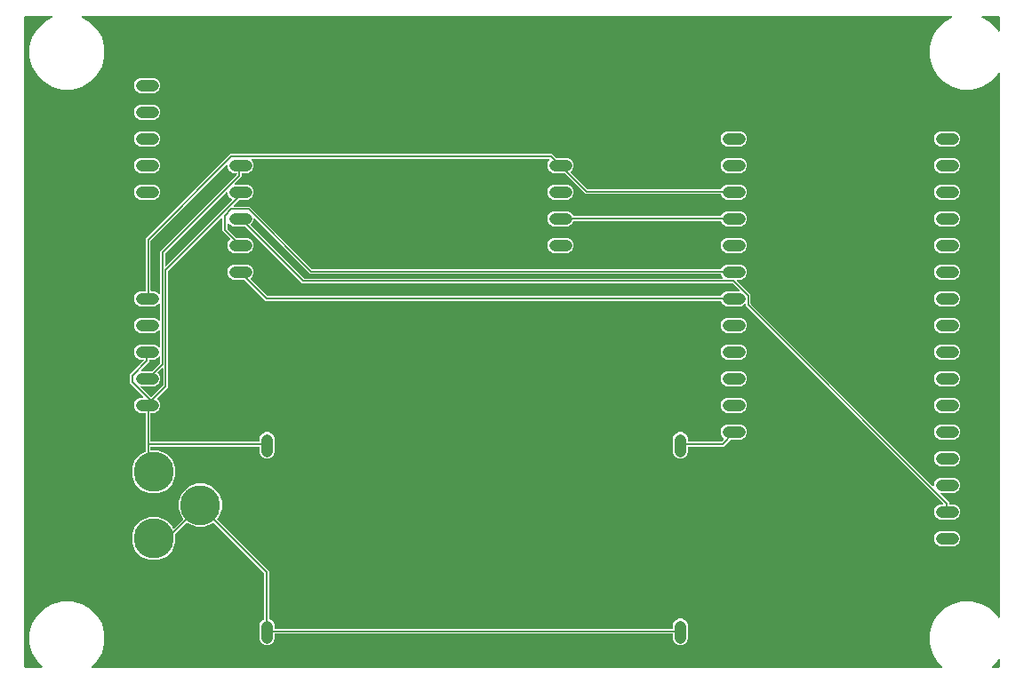
<source format=gbr>
G04 EAGLE Gerber RS-274X export*
G75*
%MOMM*%
%FSLAX34Y34*%
%LPD*%
%INTop Copper*%
%IPPOS*%
%AMOC8*
5,1,8,0,0,1.08239X$1,22.5*%
G01*
%ADD10C,1.108000*%
%ADD11C,3.810000*%
%ADD12C,0.152400*%

G36*
X102882Y105422D02*
X102882Y105422D01*
X102953Y105424D01*
X103002Y105442D01*
X103054Y105450D01*
X103117Y105484D01*
X103184Y105509D01*
X103225Y105541D01*
X103271Y105566D01*
X103320Y105618D01*
X103376Y105662D01*
X103405Y105706D01*
X103440Y105744D01*
X103471Y105809D01*
X103509Y105869D01*
X103522Y105920D01*
X103544Y105967D01*
X103552Y106038D01*
X103570Y106108D01*
X103565Y106160D01*
X103571Y106211D01*
X103556Y106282D01*
X103550Y106353D01*
X103530Y106401D01*
X103519Y106452D01*
X103482Y106513D01*
X103454Y106579D01*
X103409Y106635D01*
X103393Y106663D01*
X103375Y106678D01*
X103349Y106710D01*
X98544Y111515D01*
X93863Y119624D01*
X91439Y128668D01*
X91439Y138032D01*
X93863Y147076D01*
X98544Y155185D01*
X105165Y161806D01*
X113274Y166487D01*
X122318Y168911D01*
X131682Y168911D01*
X140726Y166487D01*
X148835Y161806D01*
X155456Y155185D01*
X160137Y147076D01*
X162561Y138032D01*
X162561Y128668D01*
X160137Y119624D01*
X155456Y111515D01*
X150651Y106710D01*
X150609Y106652D01*
X150560Y106600D01*
X150538Y106553D01*
X150507Y106511D01*
X150486Y106442D01*
X150456Y106377D01*
X150450Y106325D01*
X150435Y106275D01*
X150437Y106204D01*
X150429Y106133D01*
X150440Y106082D01*
X150441Y106030D01*
X150466Y105962D01*
X150481Y105892D01*
X150508Y105847D01*
X150526Y105799D01*
X150571Y105743D01*
X150607Y105681D01*
X150647Y105647D01*
X150679Y105607D01*
X150740Y105568D01*
X150794Y105521D01*
X150842Y105502D01*
X150886Y105474D01*
X150956Y105456D01*
X151022Y105429D01*
X151094Y105421D01*
X151125Y105413D01*
X151148Y105415D01*
X151189Y105411D01*
X960061Y105411D01*
X960132Y105422D01*
X960203Y105424D01*
X960252Y105442D01*
X960304Y105450D01*
X960367Y105484D01*
X960434Y105509D01*
X960475Y105541D01*
X960521Y105566D01*
X960570Y105618D01*
X960626Y105662D01*
X960655Y105706D01*
X960690Y105744D01*
X960721Y105809D01*
X960759Y105869D01*
X960772Y105920D01*
X960794Y105967D01*
X960802Y106038D01*
X960820Y106108D01*
X960815Y106160D01*
X960821Y106211D01*
X960806Y106282D01*
X960800Y106353D01*
X960780Y106401D01*
X960769Y106452D01*
X960732Y106513D01*
X960704Y106579D01*
X960659Y106635D01*
X960643Y106663D01*
X960625Y106678D01*
X960599Y106710D01*
X955794Y111515D01*
X951113Y119624D01*
X948689Y128668D01*
X948689Y138032D01*
X951113Y147076D01*
X955794Y155185D01*
X962415Y161806D01*
X970524Y166487D01*
X979568Y168911D01*
X988932Y168911D01*
X997976Y166487D01*
X1006085Y161806D01*
X1012706Y155185D01*
X1013819Y153257D01*
X1013849Y153220D01*
X1013872Y153177D01*
X1013926Y153125D01*
X1013975Y153066D01*
X1014015Y153041D01*
X1014050Y153008D01*
X1014119Y152976D01*
X1014183Y152936D01*
X1014230Y152925D01*
X1014273Y152904D01*
X1014348Y152896D01*
X1014422Y152878D01*
X1014470Y152883D01*
X1014517Y152877D01*
X1014592Y152893D01*
X1014667Y152900D01*
X1014711Y152919D01*
X1014758Y152929D01*
X1014823Y152968D01*
X1014892Y152999D01*
X1014928Y153031D01*
X1014969Y153056D01*
X1015018Y153113D01*
X1015074Y153164D01*
X1015098Y153206D01*
X1015129Y153243D01*
X1015157Y153313D01*
X1015194Y153379D01*
X1015203Y153426D01*
X1015221Y153471D01*
X1015235Y153599D01*
X1015239Y153621D01*
X1015238Y153627D01*
X1015239Y153637D01*
X1015239Y671863D01*
X1015232Y671910D01*
X1015233Y671958D01*
X1015212Y672031D01*
X1015200Y672105D01*
X1015177Y672148D01*
X1015163Y672194D01*
X1015120Y672256D01*
X1015084Y672323D01*
X1015050Y672356D01*
X1015022Y672395D01*
X1014961Y672440D01*
X1014906Y672492D01*
X1014863Y672512D01*
X1014824Y672541D01*
X1014752Y672564D01*
X1014683Y672596D01*
X1014635Y672601D01*
X1014590Y672616D01*
X1014514Y672614D01*
X1014439Y672623D01*
X1014392Y672613D01*
X1014344Y672612D01*
X1014272Y672587D01*
X1014198Y672571D01*
X1014157Y672546D01*
X1014112Y672530D01*
X1014052Y672483D01*
X1013987Y672444D01*
X1013956Y672408D01*
X1013918Y672378D01*
X1013842Y672274D01*
X1013827Y672257D01*
X1013825Y672251D01*
X1013819Y672243D01*
X1012706Y670315D01*
X1006085Y663694D01*
X997976Y659013D01*
X988932Y656589D01*
X979568Y656589D01*
X970524Y659013D01*
X962415Y663694D01*
X955794Y670315D01*
X951113Y678424D01*
X948689Y687468D01*
X948689Y696832D01*
X951113Y705876D01*
X955794Y713985D01*
X962415Y720606D01*
X969886Y724919D01*
X969923Y724949D01*
X969965Y724972D01*
X970017Y725027D01*
X970076Y725075D01*
X970102Y725115D01*
X970135Y725150D01*
X970167Y725219D01*
X970207Y725283D01*
X970218Y725330D01*
X970238Y725373D01*
X970247Y725448D01*
X970264Y725522D01*
X970260Y725570D01*
X970265Y725617D01*
X970249Y725692D01*
X970243Y725767D01*
X970223Y725811D01*
X970213Y725858D01*
X970174Y725923D01*
X970144Y725992D01*
X970111Y726028D01*
X970087Y726069D01*
X970029Y726118D01*
X969978Y726174D01*
X969936Y726198D01*
X969900Y726229D01*
X969830Y726257D01*
X969763Y726294D01*
X969716Y726303D01*
X969672Y726321D01*
X969544Y726335D01*
X969522Y726339D01*
X969515Y726338D01*
X969505Y726339D01*
X141745Y726339D01*
X141698Y726332D01*
X141650Y726333D01*
X141577Y726312D01*
X141502Y726300D01*
X141460Y726277D01*
X141414Y726263D01*
X141352Y726220D01*
X141285Y726184D01*
X141252Y726150D01*
X141212Y726122D01*
X141168Y726061D01*
X141115Y726006D01*
X141095Y725963D01*
X141067Y725924D01*
X141044Y725852D01*
X141012Y725783D01*
X141006Y725735D01*
X140992Y725690D01*
X140993Y725614D01*
X140985Y725539D01*
X140995Y725492D01*
X140996Y725444D01*
X141021Y725372D01*
X141037Y725298D01*
X141062Y725257D01*
X141078Y725212D01*
X141124Y725152D01*
X141163Y725087D01*
X141199Y725056D01*
X141229Y725018D01*
X141333Y724942D01*
X141350Y724927D01*
X141356Y724925D01*
X141364Y724919D01*
X148835Y720606D01*
X155456Y713985D01*
X160137Y705876D01*
X162561Y696832D01*
X162561Y687468D01*
X160137Y678424D01*
X155456Y670315D01*
X148835Y663694D01*
X140726Y659013D01*
X131682Y656589D01*
X122318Y656589D01*
X113274Y659013D01*
X105165Y663694D01*
X98544Y670315D01*
X93863Y678424D01*
X91439Y687468D01*
X91439Y696832D01*
X93863Y705876D01*
X98544Y713985D01*
X105165Y720606D01*
X112636Y724919D01*
X112673Y724949D01*
X112715Y724972D01*
X112767Y725027D01*
X112826Y725075D01*
X112852Y725115D01*
X112885Y725150D01*
X112917Y725219D01*
X112957Y725283D01*
X112968Y725330D01*
X112988Y725373D01*
X112997Y725448D01*
X113014Y725522D01*
X113010Y725570D01*
X113015Y725617D01*
X112999Y725692D01*
X112993Y725767D01*
X112973Y725811D01*
X112963Y725858D01*
X112924Y725923D01*
X112894Y725992D01*
X112861Y726028D01*
X112837Y726069D01*
X112779Y726118D01*
X112728Y726174D01*
X112686Y726198D01*
X112650Y726229D01*
X112580Y726257D01*
X112513Y726294D01*
X112466Y726303D01*
X112422Y726321D01*
X112294Y726335D01*
X112272Y726339D01*
X112265Y726338D01*
X112255Y726339D01*
X87122Y726339D01*
X87102Y726336D01*
X87083Y726338D01*
X86981Y726316D01*
X86879Y726300D01*
X86862Y726290D01*
X86842Y726286D01*
X86753Y726233D01*
X86662Y726184D01*
X86648Y726170D01*
X86631Y726160D01*
X86564Y726081D01*
X86492Y726006D01*
X86484Y725988D01*
X86471Y725973D01*
X86432Y725877D01*
X86389Y725783D01*
X86387Y725763D01*
X86379Y725745D01*
X86361Y725578D01*
X86361Y106172D01*
X86364Y106152D01*
X86362Y106133D01*
X86384Y106031D01*
X86400Y105929D01*
X86410Y105912D01*
X86414Y105892D01*
X86467Y105803D01*
X86516Y105712D01*
X86530Y105698D01*
X86540Y105681D01*
X86619Y105614D01*
X86694Y105542D01*
X86712Y105534D01*
X86727Y105521D01*
X86823Y105482D01*
X86917Y105439D01*
X86937Y105437D01*
X86955Y105429D01*
X87122Y105411D01*
X102811Y105411D01*
X102882Y105422D01*
G37*
%LPC*%
G36*
X958255Y246935D02*
X958255Y246935D01*
X955658Y248011D01*
X953671Y249998D01*
X952595Y252595D01*
X952595Y255405D01*
X953671Y258002D01*
X955658Y259989D01*
X958255Y261065D01*
X960684Y261065D01*
X960754Y261076D01*
X960826Y261078D01*
X960875Y261096D01*
X960926Y261104D01*
X960990Y261138D01*
X961057Y261163D01*
X961098Y261195D01*
X961144Y261220D01*
X961193Y261272D01*
X961249Y261316D01*
X961277Y261360D01*
X961313Y261398D01*
X961343Y261463D01*
X961382Y261523D01*
X961395Y261574D01*
X961417Y261621D01*
X961425Y261692D01*
X961442Y261762D01*
X961438Y261814D01*
X961444Y261865D01*
X961429Y261936D01*
X961423Y262007D01*
X961403Y262055D01*
X961392Y262106D01*
X961355Y262167D01*
X961327Y262233D01*
X961282Y262289D01*
X961265Y262317D01*
X961248Y262332D01*
X961222Y262364D01*
X774992Y448594D01*
X773429Y450157D01*
X773429Y451260D01*
X773418Y451331D01*
X773416Y451403D01*
X773398Y451452D01*
X773390Y451503D01*
X773356Y451567D01*
X773331Y451634D01*
X773299Y451675D01*
X773274Y451721D01*
X773222Y451770D01*
X773178Y451826D01*
X773134Y451854D01*
X773096Y451890D01*
X773031Y451920D01*
X772971Y451959D01*
X772920Y451972D01*
X772873Y451994D01*
X772802Y452001D01*
X772732Y452019D01*
X772680Y452015D01*
X772629Y452021D01*
X772558Y452005D01*
X772487Y452000D01*
X772439Y451979D01*
X772388Y451968D01*
X772327Y451932D01*
X772261Y451904D01*
X772205Y451859D01*
X772177Y451842D01*
X772162Y451824D01*
X772130Y451799D01*
X771542Y451211D01*
X768945Y450135D01*
X755055Y450135D01*
X752458Y451211D01*
X750471Y453198D01*
X749955Y454443D01*
X749894Y454543D01*
X749834Y454643D01*
X749829Y454647D01*
X749825Y454652D01*
X749735Y454727D01*
X749647Y454803D01*
X749641Y454805D01*
X749636Y454809D01*
X749528Y454851D01*
X749418Y454895D01*
X749411Y454896D01*
X749406Y454897D01*
X749388Y454898D01*
X749252Y454913D01*
X316045Y454913D01*
X295646Y475312D01*
X295572Y475365D01*
X295502Y475425D01*
X295472Y475437D01*
X295446Y475456D01*
X295359Y475483D01*
X295274Y475517D01*
X295233Y475521D01*
X295211Y475528D01*
X295179Y475527D01*
X295107Y475535D01*
X285155Y475535D01*
X282558Y476611D01*
X280571Y478598D01*
X279495Y481195D01*
X279495Y484005D01*
X280571Y486602D01*
X282558Y488589D01*
X285155Y489665D01*
X299045Y489665D01*
X301642Y488589D01*
X303629Y486602D01*
X304705Y484005D01*
X304705Y481195D01*
X303629Y478598D01*
X301767Y476736D01*
X301755Y476720D01*
X301740Y476707D01*
X301684Y476620D01*
X301623Y476536D01*
X301617Y476517D01*
X301607Y476500D01*
X301581Y476400D01*
X301551Y476301D01*
X301551Y476281D01*
X301547Y476262D01*
X301555Y476159D01*
X301557Y476055D01*
X301564Y476036D01*
X301566Y476016D01*
X301606Y475922D01*
X301642Y475824D01*
X301654Y475808D01*
X301662Y475790D01*
X301767Y475659D01*
X317716Y459710D01*
X317790Y459657D01*
X317860Y459597D01*
X317890Y459585D01*
X317916Y459566D01*
X318003Y459539D01*
X318088Y459505D01*
X318129Y459501D01*
X318151Y459494D01*
X318183Y459495D01*
X318255Y459487D01*
X749252Y459487D01*
X749367Y459506D01*
X749483Y459523D01*
X749488Y459525D01*
X749494Y459526D01*
X749597Y459581D01*
X749702Y459634D01*
X749706Y459639D01*
X749712Y459642D01*
X749791Y459725D01*
X749874Y459810D01*
X749878Y459816D01*
X749881Y459820D01*
X749889Y459837D01*
X749955Y459957D01*
X750471Y461202D01*
X752458Y463189D01*
X755055Y464265D01*
X766628Y464265D01*
X766698Y464276D01*
X766770Y464278D01*
X766819Y464296D01*
X766870Y464304D01*
X766934Y464338D01*
X767001Y464363D01*
X767042Y464395D01*
X767088Y464420D01*
X767137Y464472D01*
X767193Y464516D01*
X767221Y464560D01*
X767257Y464598D01*
X767287Y464663D01*
X767326Y464723D01*
X767339Y464774D01*
X767361Y464821D01*
X767369Y464892D01*
X767386Y464962D01*
X767382Y465014D01*
X767388Y465065D01*
X767373Y465136D01*
X767367Y465207D01*
X767347Y465255D01*
X767336Y465306D01*
X767299Y465367D01*
X767271Y465433D01*
X767226Y465489D01*
X767209Y465517D01*
X767192Y465532D01*
X767166Y465564D01*
X761276Y471454D01*
X761202Y471507D01*
X761132Y471567D01*
X761102Y471579D01*
X761076Y471598D01*
X760989Y471625D01*
X760904Y471659D01*
X760863Y471663D01*
X760841Y471670D01*
X760809Y471669D01*
X760737Y471677D01*
X351097Y471677D01*
X296662Y526112D01*
X296588Y526165D01*
X296518Y526225D01*
X296488Y526237D01*
X296462Y526256D01*
X296375Y526283D01*
X296290Y526317D01*
X296249Y526321D01*
X296227Y526328D01*
X296195Y526327D01*
X296123Y526335D01*
X285155Y526335D01*
X282558Y527411D01*
X280954Y529015D01*
X280896Y529057D01*
X280844Y529106D01*
X280797Y529128D01*
X280755Y529158D01*
X280686Y529179D01*
X280621Y529210D01*
X280569Y529215D01*
X280519Y529231D01*
X280448Y529229D01*
X280377Y529237D01*
X280326Y529226D01*
X280274Y529224D01*
X280206Y529200D01*
X280136Y529184D01*
X280091Y529158D01*
X280043Y529140D01*
X279987Y529095D01*
X279925Y529058D01*
X279891Y529019D01*
X279851Y528986D01*
X279812Y528926D01*
X279765Y528871D01*
X279746Y528823D01*
X279718Y528779D01*
X279700Y528710D01*
X279673Y528643D01*
X279665Y528572D01*
X279657Y528541D01*
X279659Y528517D01*
X279655Y528476D01*
X279655Y523995D01*
X279669Y523904D01*
X279677Y523814D01*
X279689Y523784D01*
X279694Y523752D01*
X279737Y523671D01*
X279773Y523587D01*
X279799Y523555D01*
X279810Y523534D01*
X279833Y523512D01*
X279878Y523456D01*
X288046Y515288D01*
X288120Y515235D01*
X288190Y515175D01*
X288220Y515163D01*
X288246Y515144D01*
X288333Y515117D01*
X288418Y515083D01*
X288459Y515079D01*
X288481Y515072D01*
X288513Y515073D01*
X288585Y515065D01*
X299045Y515065D01*
X301642Y513989D01*
X303629Y512002D01*
X304705Y509405D01*
X304705Y506595D01*
X303629Y503998D01*
X301642Y502011D01*
X299045Y500935D01*
X285155Y500935D01*
X282558Y502011D01*
X280571Y503998D01*
X279495Y506595D01*
X279495Y509405D01*
X280571Y512002D01*
X282179Y513610D01*
X282191Y513626D01*
X282206Y513639D01*
X282262Y513726D01*
X282323Y513810D01*
X282329Y513829D01*
X282339Y513846D01*
X282365Y513946D01*
X282395Y514045D01*
X282395Y514065D01*
X282399Y514084D01*
X282391Y514187D01*
X282389Y514291D01*
X282382Y514310D01*
X282380Y514330D01*
X282340Y514424D01*
X282304Y514522D01*
X282292Y514538D01*
X282284Y514556D01*
X282179Y514687D01*
X275081Y521785D01*
X275081Y533662D01*
X275070Y533732D01*
X275068Y533804D01*
X275050Y533853D01*
X275042Y533904D01*
X275008Y533968D01*
X274983Y534035D01*
X274951Y534076D01*
X274926Y534122D01*
X274874Y534171D01*
X274830Y534227D01*
X274786Y534255D01*
X274748Y534291D01*
X274683Y534321D01*
X274623Y534360D01*
X274572Y534373D01*
X274525Y534395D01*
X274454Y534403D01*
X274384Y534420D01*
X274332Y534416D01*
X274281Y534422D01*
X274210Y534407D01*
X274139Y534401D01*
X274091Y534381D01*
X274040Y534370D01*
X273979Y534333D01*
X273913Y534305D01*
X273857Y534260D01*
X273829Y534243D01*
X273814Y534226D01*
X273782Y534200D01*
X223490Y483908D01*
X223437Y483834D01*
X223377Y483764D01*
X223365Y483734D01*
X223346Y483708D01*
X223319Y483621D01*
X223285Y483536D01*
X223281Y483495D01*
X223274Y483473D01*
X223275Y483441D01*
X223267Y483369D01*
X223267Y372433D01*
X213121Y362287D01*
X213109Y362271D01*
X213094Y362258D01*
X213038Y362171D01*
X212977Y362087D01*
X212971Y362068D01*
X212961Y362051D01*
X212935Y361951D01*
X212905Y361852D01*
X212905Y361832D01*
X212901Y361813D01*
X212909Y361710D01*
X212911Y361606D01*
X212918Y361587D01*
X212920Y361568D01*
X212960Y361473D01*
X212996Y361375D01*
X213008Y361359D01*
X213016Y361341D01*
X213121Y361210D01*
X214729Y359602D01*
X215805Y357005D01*
X215805Y354195D01*
X214729Y351598D01*
X212742Y349611D01*
X210145Y348535D01*
X207264Y348535D01*
X207244Y348532D01*
X207225Y348534D01*
X207123Y348512D01*
X207021Y348496D01*
X207004Y348486D01*
X206984Y348482D01*
X206895Y348429D01*
X206804Y348380D01*
X206790Y348366D01*
X206773Y348356D01*
X206706Y348277D01*
X206634Y348202D01*
X206626Y348184D01*
X206613Y348169D01*
X206574Y348073D01*
X206531Y347979D01*
X206529Y347959D01*
X206521Y347941D01*
X206503Y347774D01*
X206503Y321564D01*
X206506Y321544D01*
X206504Y321525D01*
X206526Y321423D01*
X206542Y321321D01*
X206552Y321304D01*
X206556Y321284D01*
X206609Y321195D01*
X206658Y321104D01*
X206672Y321090D01*
X206682Y321073D01*
X206761Y321006D01*
X206836Y320934D01*
X206854Y320926D01*
X206869Y320913D01*
X206965Y320874D01*
X207059Y320831D01*
X207079Y320829D01*
X207097Y320821D01*
X207264Y320803D01*
X309674Y320803D01*
X309694Y320806D01*
X309713Y320804D01*
X309815Y320826D01*
X309917Y320842D01*
X309934Y320852D01*
X309954Y320856D01*
X310043Y320909D01*
X310134Y320958D01*
X310148Y320972D01*
X310165Y320982D01*
X310232Y321061D01*
X310304Y321136D01*
X310312Y321154D01*
X310325Y321169D01*
X310364Y321265D01*
X310407Y321359D01*
X310409Y321379D01*
X310417Y321397D01*
X310435Y321564D01*
X310435Y324445D01*
X311511Y327042D01*
X313498Y329029D01*
X316095Y330105D01*
X318905Y330105D01*
X321502Y329029D01*
X323489Y327042D01*
X324565Y324445D01*
X324565Y310555D01*
X323489Y307958D01*
X321502Y305971D01*
X318905Y304895D01*
X316095Y304895D01*
X313498Y305971D01*
X311511Y307958D01*
X310435Y310555D01*
X310435Y315468D01*
X310432Y315488D01*
X310434Y315507D01*
X310412Y315609D01*
X310396Y315711D01*
X310386Y315728D01*
X310382Y315748D01*
X310329Y315837D01*
X310280Y315928D01*
X310266Y315942D01*
X310256Y315959D01*
X310177Y316026D01*
X310102Y316098D01*
X310084Y316106D01*
X310069Y316119D01*
X309973Y316158D01*
X309879Y316201D01*
X309859Y316203D01*
X309841Y316211D01*
X309674Y316229D01*
X207264Y316229D01*
X207244Y316226D01*
X207225Y316228D01*
X207123Y316206D01*
X207021Y316190D01*
X207004Y316180D01*
X206984Y316176D01*
X206895Y316123D01*
X206804Y316074D01*
X206790Y316060D01*
X206773Y316050D01*
X206706Y315971D01*
X206634Y315896D01*
X206626Y315878D01*
X206613Y315863D01*
X206574Y315767D01*
X206531Y315673D01*
X206529Y315653D01*
X206521Y315635D01*
X206503Y315468D01*
X206503Y313436D01*
X206506Y313416D01*
X206504Y313397D01*
X206526Y313295D01*
X206542Y313193D01*
X206552Y313176D01*
X206556Y313156D01*
X206609Y313067D01*
X206658Y312976D01*
X206672Y312962D01*
X206682Y312945D01*
X206761Y312878D01*
X206836Y312806D01*
X206854Y312798D01*
X206869Y312785D01*
X206965Y312746D01*
X207059Y312703D01*
X207079Y312701D01*
X207097Y312693D01*
X207264Y312675D01*
X213643Y312675D01*
X221205Y309542D01*
X226992Y303755D01*
X230125Y296193D01*
X230125Y288007D01*
X226992Y280445D01*
X221205Y274658D01*
X213643Y271525D01*
X205457Y271525D01*
X197895Y274658D01*
X192108Y280445D01*
X188975Y288007D01*
X188975Y296193D01*
X192108Y303755D01*
X197895Y309542D01*
X201459Y311019D01*
X201559Y311080D01*
X201588Y311097D01*
X201598Y311103D01*
X201600Y311105D01*
X201659Y311140D01*
X201663Y311145D01*
X201668Y311148D01*
X201743Y311238D01*
X201819Y311327D01*
X201821Y311333D01*
X201825Y311338D01*
X201867Y311446D01*
X201911Y311555D01*
X201912Y311563D01*
X201913Y311567D01*
X201914Y311586D01*
X201929Y311722D01*
X201929Y347774D01*
X201926Y347794D01*
X201928Y347813D01*
X201906Y347915D01*
X201890Y348017D01*
X201880Y348034D01*
X201876Y348054D01*
X201823Y348143D01*
X201774Y348234D01*
X201760Y348248D01*
X201750Y348265D01*
X201671Y348332D01*
X201596Y348404D01*
X201578Y348412D01*
X201563Y348425D01*
X201467Y348464D01*
X201373Y348507D01*
X201353Y348509D01*
X201335Y348517D01*
X201168Y348535D01*
X196255Y348535D01*
X193658Y349611D01*
X191671Y351598D01*
X190595Y354195D01*
X190595Y357005D01*
X191671Y359602D01*
X193658Y361589D01*
X196255Y362665D01*
X199192Y362665D01*
X199262Y362676D01*
X199334Y362678D01*
X199383Y362696D01*
X199434Y362704D01*
X199498Y362738D01*
X199565Y362763D01*
X199606Y362795D01*
X199652Y362820D01*
X199701Y362872D01*
X199757Y362916D01*
X199785Y362960D01*
X199821Y362998D01*
X199851Y363063D01*
X199890Y363123D01*
X199903Y363174D01*
X199925Y363221D01*
X199933Y363292D01*
X199950Y363362D01*
X199946Y363414D01*
X199952Y363465D01*
X199937Y363536D01*
X199931Y363607D01*
X199911Y363655D01*
X199900Y363706D01*
X199863Y363767D01*
X199835Y363833D01*
X199790Y363889D01*
X199773Y363917D01*
X199756Y363932D01*
X199730Y363964D01*
X186689Y377005D01*
X186689Y384995D01*
X188252Y386558D01*
X199730Y398036D01*
X199772Y398094D01*
X199821Y398146D01*
X199843Y398193D01*
X199873Y398235D01*
X199894Y398304D01*
X199925Y398369D01*
X199930Y398421D01*
X199946Y398471D01*
X199944Y398542D01*
X199952Y398613D01*
X199941Y398664D01*
X199939Y398716D01*
X199915Y398784D01*
X199900Y398854D01*
X199873Y398899D01*
X199855Y398947D01*
X199810Y399003D01*
X199773Y399065D01*
X199734Y399099D01*
X199701Y399139D01*
X199641Y399178D01*
X199586Y399225D01*
X199538Y399244D01*
X199494Y399272D01*
X199425Y399290D01*
X199358Y399317D01*
X199287Y399325D01*
X199256Y399333D01*
X199232Y399331D01*
X199192Y399335D01*
X196255Y399335D01*
X193658Y400411D01*
X191671Y402398D01*
X190595Y404995D01*
X190595Y407805D01*
X191671Y410402D01*
X193658Y412389D01*
X196255Y413465D01*
X210145Y413465D01*
X212742Y412389D01*
X214346Y410785D01*
X214404Y410743D01*
X214456Y410694D01*
X214503Y410672D01*
X214545Y410642D01*
X214614Y410621D01*
X214679Y410590D01*
X214731Y410585D01*
X214781Y410569D01*
X214852Y410571D01*
X214923Y410563D01*
X214974Y410574D01*
X215026Y410576D01*
X215094Y410600D01*
X215164Y410616D01*
X215209Y410642D01*
X215257Y410660D01*
X215313Y410705D01*
X215375Y410742D01*
X215409Y410781D01*
X215449Y410814D01*
X215488Y410874D01*
X215535Y410929D01*
X215554Y410977D01*
X215582Y411021D01*
X215600Y411090D01*
X215627Y411157D01*
X215635Y411228D01*
X215643Y411259D01*
X215641Y411283D01*
X215645Y411324D01*
X215645Y426876D01*
X215634Y426947D01*
X215632Y427019D01*
X215614Y427068D01*
X215606Y427119D01*
X215572Y427183D01*
X215547Y427250D01*
X215515Y427291D01*
X215490Y427337D01*
X215438Y427386D01*
X215394Y427442D01*
X215350Y427470D01*
X215312Y427506D01*
X215247Y427536D01*
X215187Y427575D01*
X215136Y427588D01*
X215089Y427610D01*
X215018Y427617D01*
X214948Y427635D01*
X214896Y427631D01*
X214845Y427637D01*
X214774Y427621D01*
X214703Y427616D01*
X214655Y427595D01*
X214604Y427584D01*
X214543Y427548D01*
X214477Y427520D01*
X214421Y427475D01*
X214393Y427458D01*
X214378Y427440D01*
X214346Y427415D01*
X212742Y425811D01*
X210145Y424735D01*
X196255Y424735D01*
X193658Y425811D01*
X191671Y427798D01*
X190595Y430395D01*
X190595Y433205D01*
X191671Y435802D01*
X193658Y437789D01*
X196255Y438865D01*
X210145Y438865D01*
X212742Y437789D01*
X214346Y436185D01*
X214404Y436143D01*
X214456Y436094D01*
X214503Y436072D01*
X214545Y436042D01*
X214614Y436021D01*
X214679Y435990D01*
X214731Y435985D01*
X214781Y435969D01*
X214852Y435971D01*
X214923Y435963D01*
X214974Y435974D01*
X215026Y435976D01*
X215094Y436000D01*
X215164Y436016D01*
X215209Y436042D01*
X215257Y436060D01*
X215313Y436105D01*
X215375Y436142D01*
X215409Y436181D01*
X215449Y436214D01*
X215488Y436274D01*
X215535Y436329D01*
X215554Y436377D01*
X215582Y436421D01*
X215600Y436490D01*
X215627Y436557D01*
X215635Y436628D01*
X215643Y436659D01*
X215641Y436683D01*
X215645Y436724D01*
X215645Y452276D01*
X215634Y452347D01*
X215632Y452419D01*
X215614Y452468D01*
X215606Y452519D01*
X215572Y452583D01*
X215547Y452650D01*
X215515Y452691D01*
X215490Y452737D01*
X215438Y452786D01*
X215394Y452842D01*
X215350Y452870D01*
X215312Y452906D01*
X215247Y452936D01*
X215187Y452975D01*
X215136Y452988D01*
X215089Y453010D01*
X215018Y453017D01*
X214948Y453035D01*
X214896Y453031D01*
X214845Y453037D01*
X214774Y453021D01*
X214703Y453016D01*
X214655Y452995D01*
X214604Y452984D01*
X214543Y452948D01*
X214477Y452920D01*
X214421Y452875D01*
X214393Y452858D01*
X214378Y452840D01*
X214346Y452815D01*
X212742Y451211D01*
X210145Y450135D01*
X196255Y450135D01*
X193658Y451211D01*
X191671Y453198D01*
X190595Y455795D01*
X190595Y458605D01*
X191671Y461202D01*
X193658Y463189D01*
X196255Y464265D01*
X201168Y464265D01*
X201188Y464268D01*
X201207Y464266D01*
X201309Y464288D01*
X201411Y464304D01*
X201428Y464314D01*
X201448Y464318D01*
X201537Y464371D01*
X201628Y464420D01*
X201642Y464434D01*
X201659Y464444D01*
X201726Y464523D01*
X201798Y464598D01*
X201806Y464616D01*
X201819Y464631D01*
X201858Y464727D01*
X201901Y464821D01*
X201903Y464841D01*
X201911Y464859D01*
X201929Y465026D01*
X201929Y514535D01*
X282517Y595123D01*
X589211Y595123D01*
X592846Y591488D01*
X592920Y591435D01*
X592990Y591375D01*
X593020Y591363D01*
X593046Y591344D01*
X593133Y591317D01*
X593218Y591283D01*
X593259Y591279D01*
X593281Y591272D01*
X593313Y591273D01*
X593385Y591265D01*
X603845Y591265D01*
X606442Y590189D01*
X608429Y588202D01*
X609505Y585605D01*
X609505Y582795D01*
X608429Y580198D01*
X606821Y578590D01*
X606809Y578574D01*
X606794Y578561D01*
X606738Y578474D01*
X606677Y578390D01*
X606671Y578371D01*
X606661Y578354D01*
X606635Y578254D01*
X606605Y578155D01*
X606605Y578135D01*
X606601Y578116D01*
X606609Y578013D01*
X606611Y577909D01*
X606618Y577890D01*
X606620Y577870D01*
X606660Y577776D01*
X606696Y577678D01*
X606708Y577662D01*
X606716Y577644D01*
X606821Y577513D01*
X622516Y561818D01*
X622590Y561765D01*
X622660Y561705D01*
X622690Y561693D01*
X622716Y561674D01*
X622803Y561647D01*
X622888Y561613D01*
X622929Y561609D01*
X622951Y561602D01*
X622983Y561603D01*
X623055Y561595D01*
X749462Y561595D01*
X749577Y561614D01*
X749693Y561631D01*
X749699Y561633D01*
X749705Y561634D01*
X749807Y561689D01*
X749912Y561742D01*
X749917Y561747D01*
X749922Y561750D01*
X750003Y561834D01*
X750085Y561918D01*
X750088Y561924D01*
X750092Y561928D01*
X750100Y561945D01*
X750165Y562065D01*
X750471Y562802D01*
X752458Y564789D01*
X755055Y565865D01*
X768945Y565865D01*
X771542Y564789D01*
X773529Y562802D01*
X774605Y560205D01*
X774605Y557395D01*
X773529Y554798D01*
X771542Y552811D01*
X768945Y551735D01*
X755055Y551735D01*
X752458Y552811D01*
X750471Y554798D01*
X749745Y556551D01*
X749683Y556651D01*
X749623Y556751D01*
X749618Y556755D01*
X749615Y556760D01*
X749524Y556835D01*
X749436Y556911D01*
X749430Y556913D01*
X749426Y556917D01*
X749317Y556959D01*
X749208Y557003D01*
X749200Y557004D01*
X749196Y557005D01*
X749178Y557006D01*
X749041Y557021D01*
X620845Y557021D01*
X600954Y576912D01*
X600880Y576965D01*
X600810Y577025D01*
X600780Y577037D01*
X600754Y577056D01*
X600667Y577083D01*
X600582Y577117D01*
X600541Y577121D01*
X600519Y577128D01*
X600487Y577127D01*
X600415Y577135D01*
X589955Y577135D01*
X587358Y578211D01*
X585371Y580198D01*
X584295Y582795D01*
X584295Y585605D01*
X585371Y588202D01*
X586419Y589250D01*
X586461Y589308D01*
X586510Y589360D01*
X586532Y589407D01*
X586562Y589449D01*
X586583Y589518D01*
X586614Y589583D01*
X586619Y589635D01*
X586635Y589685D01*
X586633Y589756D01*
X586641Y589827D01*
X586630Y589878D01*
X586628Y589930D01*
X586604Y589998D01*
X586588Y590068D01*
X586562Y590113D01*
X586544Y590161D01*
X586499Y590217D01*
X586462Y590279D01*
X586423Y590313D01*
X586390Y590353D01*
X586330Y590392D01*
X586275Y590439D01*
X586227Y590458D01*
X586183Y590486D01*
X586114Y590504D01*
X586047Y590531D01*
X585976Y590539D01*
X585945Y590547D01*
X585921Y590545D01*
X585880Y590549D01*
X303120Y590549D01*
X303049Y590538D01*
X302977Y590536D01*
X302928Y590518D01*
X302877Y590510D01*
X302813Y590476D01*
X302746Y590451D01*
X302705Y590419D01*
X302659Y590394D01*
X302610Y590342D01*
X302554Y590298D01*
X302526Y590254D01*
X302490Y590216D01*
X302460Y590151D01*
X302421Y590091D01*
X302408Y590040D01*
X302386Y589993D01*
X302379Y589922D01*
X302361Y589852D01*
X302365Y589800D01*
X302359Y589749D01*
X302375Y589678D01*
X302380Y589607D01*
X302401Y589559D01*
X302412Y589508D01*
X302448Y589447D01*
X302476Y589381D01*
X302521Y589325D01*
X302538Y589297D01*
X302556Y589282D01*
X302581Y589250D01*
X303629Y588202D01*
X304705Y585605D01*
X304705Y582795D01*
X303629Y580198D01*
X301642Y578211D01*
X299045Y577135D01*
X294132Y577135D01*
X294112Y577132D01*
X294093Y577134D01*
X293991Y577112D01*
X293889Y577096D01*
X293872Y577086D01*
X293852Y577082D01*
X293763Y577029D01*
X293672Y576980D01*
X293658Y576966D01*
X293641Y576956D01*
X293574Y576877D01*
X293502Y576802D01*
X293494Y576784D01*
X293481Y576769D01*
X293442Y576673D01*
X293399Y576579D01*
X293397Y576559D01*
X293389Y576541D01*
X293371Y576374D01*
X293371Y573601D01*
X286934Y567164D01*
X286892Y567106D01*
X286843Y567054D01*
X286821Y567007D01*
X286791Y566965D01*
X286770Y566896D01*
X286739Y566831D01*
X286734Y566779D01*
X286718Y566729D01*
X286720Y566658D01*
X286712Y566587D01*
X286723Y566536D01*
X286725Y566484D01*
X286749Y566416D01*
X286764Y566346D01*
X286791Y566301D01*
X286809Y566253D01*
X286854Y566197D01*
X286891Y566135D01*
X286930Y566101D01*
X286963Y566061D01*
X287023Y566022D01*
X287078Y565975D01*
X287126Y565956D01*
X287170Y565928D01*
X287239Y565910D01*
X287306Y565883D01*
X287377Y565875D01*
X287408Y565867D01*
X287432Y565869D01*
X287472Y565865D01*
X299045Y565865D01*
X301642Y564789D01*
X303629Y562802D01*
X304705Y560205D01*
X304705Y557395D01*
X303629Y554798D01*
X301642Y552811D01*
X299045Y551735D01*
X291633Y551735D01*
X291542Y551721D01*
X291452Y551713D01*
X291422Y551701D01*
X291390Y551696D01*
X291309Y551653D01*
X291225Y551617D01*
X291193Y551591D01*
X291172Y551580D01*
X291150Y551557D01*
X291094Y551512D01*
X285712Y546130D01*
X285670Y546072D01*
X285621Y546020D01*
X285599Y545973D01*
X285569Y545931D01*
X285548Y545862D01*
X285517Y545797D01*
X285512Y545745D01*
X285496Y545695D01*
X285498Y545624D01*
X285490Y545553D01*
X285501Y545502D01*
X285503Y545450D01*
X285527Y545382D01*
X285542Y545312D01*
X285569Y545267D01*
X285587Y545219D01*
X285632Y545163D01*
X285669Y545101D01*
X285708Y545067D01*
X285741Y545027D01*
X285801Y544988D01*
X285856Y544941D01*
X285904Y544922D01*
X285948Y544894D01*
X286017Y544876D01*
X286084Y544849D01*
X286155Y544841D01*
X286186Y544833D01*
X286210Y544835D01*
X286250Y544831D01*
X301175Y544831D01*
X360388Y485618D01*
X360462Y485565D01*
X360532Y485505D01*
X360562Y485493D01*
X360588Y485474D01*
X360675Y485447D01*
X360760Y485413D01*
X360801Y485409D01*
X360823Y485402D01*
X360855Y485403D01*
X360927Y485395D01*
X749462Y485395D01*
X749577Y485414D01*
X749693Y485431D01*
X749699Y485433D01*
X749705Y485434D01*
X749807Y485489D01*
X749912Y485542D01*
X749917Y485547D01*
X749922Y485550D01*
X750003Y485634D01*
X750085Y485718D01*
X750088Y485724D01*
X750092Y485728D01*
X750100Y485745D01*
X750165Y485865D01*
X750471Y486602D01*
X752458Y488589D01*
X755055Y489665D01*
X768945Y489665D01*
X771542Y488589D01*
X773529Y486602D01*
X774605Y484005D01*
X774605Y481195D01*
X773529Y478598D01*
X771542Y476611D01*
X768945Y475535D01*
X765500Y475535D01*
X765430Y475524D01*
X765358Y475522D01*
X765309Y475504D01*
X765258Y475496D01*
X765194Y475462D01*
X765127Y475437D01*
X765086Y475405D01*
X765040Y475380D01*
X764991Y475328D01*
X764935Y475284D01*
X764907Y475240D01*
X764871Y475202D01*
X764841Y475137D01*
X764802Y475077D01*
X764789Y475026D01*
X764767Y474979D01*
X764759Y474908D01*
X764742Y474838D01*
X764746Y474786D01*
X764740Y474735D01*
X764755Y474664D01*
X764761Y474593D01*
X764781Y474545D01*
X764792Y474494D01*
X764829Y474433D01*
X764857Y474367D01*
X764902Y474311D01*
X764919Y474283D01*
X764936Y474268D01*
X764962Y474236D01*
X778003Y461195D01*
X778003Y452367D01*
X778017Y452276D01*
X778025Y452186D01*
X778037Y452156D01*
X778042Y452124D01*
X778085Y452043D01*
X778121Y451959D01*
X778147Y451927D01*
X778158Y451906D01*
X778181Y451884D01*
X778226Y451828D01*
X951296Y278758D01*
X951354Y278716D01*
X951406Y278667D01*
X951453Y278645D01*
X951495Y278615D01*
X951564Y278594D01*
X951629Y278563D01*
X951681Y278558D01*
X951731Y278542D01*
X951802Y278544D01*
X951873Y278536D01*
X951924Y278547D01*
X951976Y278549D01*
X952044Y278573D01*
X952114Y278588D01*
X952158Y278615D01*
X952207Y278633D01*
X952263Y278678D01*
X952325Y278715D01*
X952359Y278754D01*
X952399Y278787D01*
X952438Y278847D01*
X952485Y278902D01*
X952504Y278950D01*
X952532Y278994D01*
X952550Y279063D01*
X952577Y279130D01*
X952585Y279201D01*
X952593Y279232D01*
X952591Y279256D01*
X952595Y279296D01*
X952595Y280805D01*
X953671Y283402D01*
X955658Y285389D01*
X958255Y286465D01*
X972145Y286465D01*
X974742Y285389D01*
X976729Y283402D01*
X977805Y280805D01*
X977805Y277995D01*
X976729Y275398D01*
X974742Y273411D01*
X972145Y272335D01*
X959556Y272335D01*
X959486Y272324D01*
X959414Y272322D01*
X959365Y272304D01*
X959314Y272296D01*
X959250Y272262D01*
X959183Y272237D01*
X959142Y272205D01*
X959096Y272180D01*
X959047Y272128D01*
X958991Y272084D01*
X958963Y272040D01*
X958927Y272002D01*
X958897Y271937D01*
X958858Y271877D01*
X958845Y271826D01*
X958823Y271779D01*
X958815Y271708D01*
X958798Y271638D01*
X958802Y271586D01*
X958796Y271535D01*
X958811Y271464D01*
X958817Y271393D01*
X958837Y271345D01*
X958848Y271294D01*
X958885Y271233D01*
X958913Y271167D01*
X958958Y271111D01*
X958975Y271083D01*
X958992Y271068D01*
X959018Y271036D01*
X966979Y263075D01*
X966979Y261826D01*
X966982Y261806D01*
X966980Y261787D01*
X967002Y261685D01*
X967018Y261583D01*
X967028Y261566D01*
X967032Y261546D01*
X967085Y261457D01*
X967134Y261366D01*
X967148Y261352D01*
X967158Y261335D01*
X967237Y261268D01*
X967312Y261196D01*
X967330Y261188D01*
X967345Y261175D01*
X967441Y261136D01*
X967535Y261093D01*
X967555Y261091D01*
X967573Y261083D01*
X967740Y261065D01*
X972145Y261065D01*
X974742Y259989D01*
X976729Y258002D01*
X977805Y255405D01*
X977805Y252595D01*
X976729Y249998D01*
X974742Y248011D01*
X972145Y246935D01*
X958255Y246935D01*
G37*
%LPD*%
%LPC*%
G36*
X316095Y127095D02*
X316095Y127095D01*
X313498Y128171D01*
X311511Y130158D01*
X310435Y132755D01*
X310435Y146645D01*
X311511Y149242D01*
X313498Y151229D01*
X314235Y151535D01*
X314335Y151596D01*
X314435Y151656D01*
X314439Y151661D01*
X314444Y151664D01*
X314519Y151754D01*
X314595Y151843D01*
X314597Y151849D01*
X314601Y151854D01*
X314643Y151962D01*
X314687Y152071D01*
X314688Y152079D01*
X314689Y152083D01*
X314690Y152102D01*
X314705Y152238D01*
X314705Y195333D01*
X314691Y195424D01*
X314683Y195514D01*
X314671Y195544D01*
X314666Y195576D01*
X314623Y195657D01*
X314587Y195741D01*
X314561Y195773D01*
X314550Y195794D01*
X314527Y195816D01*
X314482Y195872D01*
X267089Y243265D01*
X267073Y243277D01*
X267060Y243292D01*
X266973Y243348D01*
X266889Y243409D01*
X266870Y243415D01*
X266853Y243425D01*
X266753Y243451D01*
X266654Y243481D01*
X266634Y243481D01*
X266615Y243485D01*
X266512Y243477D01*
X266408Y243475D01*
X266389Y243468D01*
X266370Y243466D01*
X266275Y243426D01*
X266177Y243390D01*
X266162Y243378D01*
X266143Y243370D01*
X266012Y243265D01*
X265655Y242908D01*
X258093Y239775D01*
X249907Y239775D01*
X242345Y242908D01*
X241734Y243519D01*
X241718Y243531D01*
X241705Y243546D01*
X241618Y243603D01*
X241534Y243663D01*
X241515Y243669D01*
X241498Y243679D01*
X241398Y243705D01*
X241299Y243735D01*
X241279Y243735D01*
X241260Y243739D01*
X241157Y243731D01*
X241053Y243729D01*
X241034Y243722D01*
X241014Y243720D01*
X240920Y243680D01*
X240822Y243644D01*
X240806Y243632D01*
X240788Y243624D01*
X240657Y243519D01*
X230348Y233210D01*
X230295Y233136D01*
X230235Y233066D01*
X230223Y233036D01*
X230204Y233010D01*
X230177Y232923D01*
X230143Y232838D01*
X230139Y232797D01*
X230132Y232775D01*
X230133Y232743D01*
X230125Y232672D01*
X230125Y224507D01*
X226992Y216945D01*
X221205Y211158D01*
X213643Y208025D01*
X205457Y208025D01*
X197895Y211158D01*
X192108Y216945D01*
X188975Y224507D01*
X188975Y232693D01*
X192108Y240255D01*
X197895Y246042D01*
X205457Y249175D01*
X213643Y249175D01*
X221205Y246042D01*
X226992Y240255D01*
X227708Y238527D01*
X227732Y238488D01*
X227748Y238445D01*
X227797Y238384D01*
X227838Y238318D01*
X227873Y238288D01*
X227902Y238252D01*
X227967Y238210D01*
X228027Y238161D01*
X228070Y238144D01*
X228109Y238119D01*
X228184Y238100D01*
X228257Y238073D01*
X228303Y238071D01*
X228347Y238059D01*
X228425Y238065D01*
X228503Y238062D01*
X228547Y238075D01*
X228592Y238079D01*
X228664Y238109D01*
X228739Y238131D01*
X228777Y238157D01*
X228819Y238175D01*
X228925Y238260D01*
X228941Y238271D01*
X228944Y238275D01*
X228950Y238280D01*
X237423Y246753D01*
X237435Y246769D01*
X237450Y246782D01*
X237507Y246869D01*
X237567Y246953D01*
X237573Y246972D01*
X237583Y246989D01*
X237609Y247089D01*
X237639Y247188D01*
X237639Y247208D01*
X237643Y247227D01*
X237635Y247330D01*
X237633Y247434D01*
X237626Y247453D01*
X237624Y247472D01*
X237584Y247567D01*
X237548Y247665D01*
X237536Y247681D01*
X237528Y247699D01*
X237423Y247830D01*
X236558Y248695D01*
X233425Y256257D01*
X233425Y264443D01*
X236558Y272005D01*
X242345Y277792D01*
X249907Y280925D01*
X258093Y280925D01*
X265655Y277792D01*
X271442Y272005D01*
X274575Y264443D01*
X274575Y256257D01*
X271442Y248695D01*
X270323Y247576D01*
X270311Y247560D01*
X270296Y247547D01*
X270240Y247460D01*
X270179Y247376D01*
X270173Y247357D01*
X270163Y247340D01*
X270137Y247240D01*
X270107Y247141D01*
X270107Y247121D01*
X270103Y247102D01*
X270111Y246999D01*
X270113Y246895D01*
X270120Y246876D01*
X270122Y246856D01*
X270162Y246762D01*
X270198Y246664D01*
X270210Y246648D01*
X270218Y246630D01*
X270323Y246499D01*
X319279Y197543D01*
X319279Y152659D01*
X319298Y152544D01*
X319315Y152428D01*
X319317Y152422D01*
X319318Y152416D01*
X319373Y152313D01*
X319426Y152208D01*
X319431Y152204D01*
X319434Y152199D01*
X319518Y152119D01*
X319602Y152036D01*
X319608Y152033D01*
X319612Y152029D01*
X319629Y152021D01*
X319749Y151955D01*
X321502Y151229D01*
X323489Y149242D01*
X324565Y146645D01*
X324565Y143256D01*
X324568Y143236D01*
X324566Y143217D01*
X324588Y143115D01*
X324604Y143013D01*
X324614Y142996D01*
X324618Y142976D01*
X324671Y142887D01*
X324720Y142796D01*
X324734Y142782D01*
X324744Y142765D01*
X324823Y142698D01*
X324898Y142626D01*
X324916Y142618D01*
X324931Y142605D01*
X325027Y142566D01*
X325121Y142523D01*
X325141Y142521D01*
X325159Y142513D01*
X325326Y142495D01*
X703374Y142495D01*
X703394Y142498D01*
X703413Y142496D01*
X703515Y142518D01*
X703617Y142534D01*
X703634Y142544D01*
X703654Y142548D01*
X703743Y142601D01*
X703834Y142650D01*
X703848Y142664D01*
X703865Y142674D01*
X703932Y142753D01*
X704004Y142828D01*
X704012Y142846D01*
X704025Y142861D01*
X704064Y142957D01*
X704107Y143051D01*
X704109Y143071D01*
X704117Y143089D01*
X704135Y143256D01*
X704135Y146645D01*
X705211Y149242D01*
X707198Y151229D01*
X709795Y152305D01*
X712605Y152305D01*
X715202Y151229D01*
X717189Y149242D01*
X718265Y146645D01*
X718265Y132755D01*
X717189Y130158D01*
X715202Y128171D01*
X712605Y127095D01*
X709795Y127095D01*
X707198Y128171D01*
X705211Y130158D01*
X704135Y132755D01*
X704135Y137160D01*
X704132Y137180D01*
X704134Y137199D01*
X704112Y137301D01*
X704096Y137403D01*
X704086Y137420D01*
X704082Y137440D01*
X704029Y137529D01*
X703980Y137620D01*
X703966Y137634D01*
X703956Y137651D01*
X703877Y137718D01*
X703802Y137790D01*
X703784Y137798D01*
X703769Y137811D01*
X703673Y137850D01*
X703579Y137893D01*
X703559Y137895D01*
X703541Y137903D01*
X703374Y137921D01*
X325326Y137921D01*
X325306Y137918D01*
X325287Y137920D01*
X325185Y137898D01*
X325083Y137882D01*
X325066Y137872D01*
X325046Y137868D01*
X324957Y137815D01*
X324866Y137766D01*
X324852Y137752D01*
X324835Y137742D01*
X324768Y137663D01*
X324696Y137588D01*
X324688Y137570D01*
X324675Y137555D01*
X324636Y137459D01*
X324593Y137365D01*
X324591Y137345D01*
X324583Y137327D01*
X324565Y137160D01*
X324565Y132755D01*
X323489Y130158D01*
X321502Y128171D01*
X318905Y127095D01*
X316095Y127095D01*
G37*
%LPD*%
G36*
X751051Y476262D02*
X751051Y476262D01*
X751123Y476264D01*
X751172Y476282D01*
X751223Y476290D01*
X751287Y476324D01*
X751354Y476349D01*
X751395Y476381D01*
X751441Y476406D01*
X751490Y476458D01*
X751546Y476502D01*
X751574Y476546D01*
X751610Y476584D01*
X751640Y476649D01*
X751679Y476709D01*
X751692Y476760D01*
X751714Y476807D01*
X751721Y476878D01*
X751739Y476948D01*
X751735Y477000D01*
X751741Y477051D01*
X751725Y477122D01*
X751720Y477193D01*
X751699Y477241D01*
X751688Y477292D01*
X751652Y477353D01*
X751624Y477419D01*
X751579Y477475D01*
X751562Y477503D01*
X751544Y477518D01*
X751519Y477550D01*
X750471Y478598D01*
X749745Y480351D01*
X749683Y480451D01*
X749623Y480551D01*
X749618Y480555D01*
X749615Y480560D01*
X749524Y480635D01*
X749436Y480711D01*
X749430Y480713D01*
X749426Y480717D01*
X749317Y480759D01*
X749208Y480803D01*
X749200Y480804D01*
X749196Y480805D01*
X749178Y480806D01*
X749041Y480821D01*
X358717Y480821D01*
X306004Y533534D01*
X305946Y533576D01*
X305894Y533625D01*
X305847Y533647D01*
X305805Y533677D01*
X305736Y533698D01*
X305671Y533729D01*
X305619Y533734D01*
X305569Y533750D01*
X305498Y533748D01*
X305427Y533756D01*
X305376Y533745D01*
X305324Y533743D01*
X305256Y533719D01*
X305186Y533704D01*
X305141Y533677D01*
X305093Y533659D01*
X305037Y533614D01*
X304975Y533577D01*
X304941Y533538D01*
X304901Y533505D01*
X304862Y533445D01*
X304815Y533390D01*
X304796Y533342D01*
X304768Y533298D01*
X304750Y533229D01*
X304723Y533162D01*
X304715Y533091D01*
X304707Y533060D01*
X304709Y533036D01*
X304705Y532996D01*
X304705Y531995D01*
X303629Y529398D01*
X302275Y528044D01*
X302263Y528028D01*
X302248Y528015D01*
X302192Y527928D01*
X302131Y527844D01*
X302125Y527825D01*
X302115Y527808D01*
X302089Y527708D01*
X302059Y527609D01*
X302059Y527589D01*
X302055Y527570D01*
X302063Y527467D01*
X302065Y527363D01*
X302072Y527344D01*
X302074Y527324D01*
X302114Y527230D01*
X302150Y527132D01*
X302162Y527116D01*
X302170Y527098D01*
X302275Y526967D01*
X352768Y476474D01*
X352842Y476421D01*
X352912Y476361D01*
X352942Y476349D01*
X352968Y476330D01*
X353055Y476303D01*
X353140Y476269D01*
X353181Y476265D01*
X353203Y476258D01*
X353235Y476259D01*
X353307Y476251D01*
X750980Y476251D01*
X751051Y476262D01*
G37*
G36*
X214974Y461374D02*
X214974Y461374D01*
X215026Y461376D01*
X215094Y461400D01*
X215164Y461416D01*
X215209Y461442D01*
X215257Y461460D01*
X215313Y461505D01*
X215375Y461542D01*
X215409Y461581D01*
X215449Y461614D01*
X215488Y461674D01*
X215535Y461729D01*
X215554Y461777D01*
X215582Y461821D01*
X215600Y461890D01*
X215627Y461957D01*
X215635Y462028D01*
X215643Y462059D01*
X215641Y462083D01*
X215645Y462124D01*
X215645Y502343D01*
X288574Y575272D01*
X288627Y575346D01*
X288687Y575416D01*
X288699Y575446D01*
X288718Y575472D01*
X288745Y575559D01*
X288779Y575644D01*
X288783Y575685D01*
X288790Y575707D01*
X288789Y575739D01*
X288797Y575811D01*
X288797Y576374D01*
X288794Y576394D01*
X288796Y576413D01*
X288774Y576515D01*
X288758Y576617D01*
X288748Y576634D01*
X288744Y576654D01*
X288691Y576743D01*
X288642Y576834D01*
X288628Y576848D01*
X288618Y576865D01*
X288539Y576932D01*
X288464Y577004D01*
X288446Y577012D01*
X288431Y577025D01*
X288335Y577064D01*
X288241Y577107D01*
X288221Y577109D01*
X288203Y577117D01*
X288036Y577135D01*
X285155Y577135D01*
X282558Y578211D01*
X280571Y580198D01*
X279495Y582795D01*
X279495Y583796D01*
X279484Y583866D01*
X279482Y583938D01*
X279464Y583987D01*
X279456Y584038D01*
X279422Y584102D01*
X279397Y584169D01*
X279365Y584210D01*
X279340Y584256D01*
X279288Y584305D01*
X279244Y584361D01*
X279200Y584389D01*
X279162Y584425D01*
X279097Y584455D01*
X279037Y584494D01*
X278986Y584507D01*
X278939Y584529D01*
X278868Y584537D01*
X278798Y584554D01*
X278746Y584550D01*
X278695Y584556D01*
X278624Y584541D01*
X278553Y584535D01*
X278505Y584515D01*
X278454Y584504D01*
X278393Y584467D01*
X278327Y584439D01*
X278271Y584394D01*
X278243Y584377D01*
X278228Y584360D01*
X278196Y584334D01*
X206726Y512864D01*
X206673Y512790D01*
X206613Y512720D01*
X206601Y512690D01*
X206582Y512664D01*
X206555Y512577D01*
X206521Y512492D01*
X206517Y512451D01*
X206510Y512429D01*
X206511Y512397D01*
X206503Y512325D01*
X206503Y465026D01*
X206506Y465006D01*
X206504Y464987D01*
X206526Y464885D01*
X206542Y464783D01*
X206552Y464766D01*
X206556Y464746D01*
X206609Y464657D01*
X206658Y464566D01*
X206672Y464552D01*
X206682Y464535D01*
X206761Y464468D01*
X206836Y464396D01*
X206854Y464388D01*
X206869Y464375D01*
X206965Y464336D01*
X207059Y464293D01*
X207079Y464291D01*
X207097Y464283D01*
X207264Y464265D01*
X210145Y464265D01*
X212742Y463189D01*
X214346Y461585D01*
X214404Y461543D01*
X214456Y461494D01*
X214503Y461472D01*
X214545Y461442D01*
X214614Y461421D01*
X214679Y461390D01*
X214731Y461385D01*
X214781Y461369D01*
X214852Y461371D01*
X214923Y461363D01*
X214974Y461374D01*
G37*
%LPC*%
G36*
X589955Y526335D02*
X589955Y526335D01*
X587358Y527411D01*
X585371Y529398D01*
X584295Y531995D01*
X584295Y534805D01*
X585371Y537402D01*
X587358Y539389D01*
X589955Y540465D01*
X603845Y540465D01*
X606442Y539389D01*
X608429Y537402D01*
X608945Y536157D01*
X609006Y536057D01*
X609066Y535957D01*
X609071Y535953D01*
X609075Y535948D01*
X609165Y535873D01*
X609253Y535797D01*
X609259Y535795D01*
X609264Y535791D01*
X609372Y535749D01*
X609482Y535705D01*
X609489Y535704D01*
X609494Y535703D01*
X609512Y535702D01*
X609648Y535687D01*
X749252Y535687D01*
X749367Y535706D01*
X749483Y535723D01*
X749488Y535725D01*
X749494Y535726D01*
X749597Y535781D01*
X749702Y535834D01*
X749706Y535839D01*
X749712Y535842D01*
X749792Y535926D01*
X749874Y536010D01*
X749878Y536016D01*
X749881Y536020D01*
X749889Y536037D01*
X749955Y536157D01*
X750471Y537402D01*
X752458Y539389D01*
X755055Y540465D01*
X768945Y540465D01*
X771542Y539389D01*
X773529Y537402D01*
X774605Y534805D01*
X774605Y531995D01*
X773529Y529398D01*
X771542Y527411D01*
X768945Y526335D01*
X755055Y526335D01*
X752458Y527411D01*
X750471Y529398D01*
X749955Y530643D01*
X749894Y530743D01*
X749834Y530843D01*
X749829Y530847D01*
X749825Y530852D01*
X749735Y530927D01*
X749647Y531003D01*
X749641Y531005D01*
X749636Y531009D01*
X749528Y531051D01*
X749418Y531095D01*
X749411Y531096D01*
X749406Y531097D01*
X749388Y531098D01*
X749252Y531113D01*
X609648Y531113D01*
X609533Y531094D01*
X609417Y531077D01*
X609412Y531075D01*
X609406Y531074D01*
X609303Y531019D01*
X609198Y530966D01*
X609194Y530961D01*
X609188Y530958D01*
X609108Y530874D01*
X609026Y530790D01*
X609022Y530784D01*
X609019Y530780D01*
X609011Y530763D01*
X608945Y530643D01*
X608429Y529398D01*
X606442Y527411D01*
X603845Y526335D01*
X589955Y526335D01*
G37*
%LPD*%
G36*
X221090Y488197D02*
X221090Y488197D01*
X221161Y488203D01*
X221209Y488223D01*
X221260Y488234D01*
X221321Y488271D01*
X221387Y488299D01*
X221443Y488344D01*
X221471Y488361D01*
X221486Y488378D01*
X221518Y488404D01*
X284133Y551019D01*
X284160Y551056D01*
X284194Y551087D01*
X284231Y551156D01*
X284277Y551219D01*
X284290Y551263D01*
X284312Y551303D01*
X284326Y551380D01*
X284349Y551454D01*
X284348Y551500D01*
X284356Y551545D01*
X284345Y551622D01*
X284343Y551700D01*
X284327Y551743D01*
X284320Y551788D01*
X284285Y551858D01*
X284258Y551931D01*
X284230Y551967D01*
X284209Y552008D01*
X284153Y552062D01*
X284105Y552123D01*
X284066Y552148D01*
X284033Y552180D01*
X283913Y552246D01*
X283898Y552256D01*
X283893Y552257D01*
X283886Y552261D01*
X282558Y552811D01*
X280571Y554798D01*
X279495Y557395D01*
X279495Y557888D01*
X279484Y557958D01*
X279482Y558030D01*
X279464Y558079D01*
X279456Y558130D01*
X279422Y558194D01*
X279397Y558261D01*
X279365Y558302D01*
X279340Y558348D01*
X279288Y558397D01*
X279244Y558453D01*
X279200Y558481D01*
X279162Y558517D01*
X279097Y558547D01*
X279037Y558586D01*
X278986Y558599D01*
X278939Y558621D01*
X278868Y558629D01*
X278798Y558646D01*
X278746Y558642D01*
X278695Y558648D01*
X278624Y558633D01*
X278553Y558627D01*
X278505Y558607D01*
X278454Y558596D01*
X278393Y558559D01*
X278327Y558531D01*
X278271Y558486D01*
X278243Y558469D01*
X278228Y558452D01*
X278196Y558426D01*
X220442Y500672D01*
X220389Y500598D01*
X220329Y500528D01*
X220317Y500498D01*
X220298Y500472D01*
X220271Y500385D01*
X220237Y500300D01*
X220233Y500259D01*
X220226Y500237D01*
X220227Y500205D01*
X220219Y500133D01*
X220219Y488942D01*
X220230Y488872D01*
X220232Y488800D01*
X220250Y488751D01*
X220258Y488700D01*
X220292Y488636D01*
X220317Y488569D01*
X220349Y488528D01*
X220374Y488482D01*
X220425Y488433D01*
X220470Y488377D01*
X220514Y488349D01*
X220552Y488313D01*
X220617Y488283D01*
X220677Y488244D01*
X220728Y488231D01*
X220775Y488209D01*
X220846Y488201D01*
X220916Y488184D01*
X220968Y488188D01*
X221019Y488182D01*
X221090Y488197D01*
G37*
%LPC*%
G36*
X709795Y304895D02*
X709795Y304895D01*
X707198Y305971D01*
X705211Y307958D01*
X704135Y310555D01*
X704135Y324445D01*
X705211Y327042D01*
X707198Y329029D01*
X709795Y330105D01*
X712605Y330105D01*
X715202Y329029D01*
X717189Y327042D01*
X718265Y324445D01*
X718265Y321564D01*
X718268Y321544D01*
X718266Y321525D01*
X718288Y321423D01*
X718304Y321321D01*
X718314Y321304D01*
X718318Y321284D01*
X718371Y321195D01*
X718420Y321104D01*
X718434Y321090D01*
X718444Y321073D01*
X718523Y321006D01*
X718598Y320934D01*
X718616Y320926D01*
X718631Y320913D01*
X718727Y320874D01*
X718821Y320831D01*
X718841Y320829D01*
X718859Y320821D01*
X719026Y320803D01*
X750069Y320803D01*
X750160Y320817D01*
X750250Y320825D01*
X750280Y320837D01*
X750312Y320842D01*
X750393Y320885D01*
X750477Y320921D01*
X750509Y320947D01*
X750530Y320958D01*
X750552Y320981D01*
X750608Y321026D01*
X752596Y323014D01*
X752623Y323052D01*
X752657Y323083D01*
X752694Y323151D01*
X752740Y323214D01*
X752753Y323258D01*
X752776Y323298D01*
X752789Y323375D01*
X752812Y323449D01*
X752811Y323495D01*
X752819Y323540D01*
X752808Y323617D01*
X752806Y323695D01*
X752790Y323738D01*
X752783Y323783D01*
X752748Y323853D01*
X752721Y323926D01*
X752693Y323962D01*
X752672Y324003D01*
X752616Y324057D01*
X752568Y324118D01*
X752529Y324143D01*
X752496Y324175D01*
X752491Y324178D01*
X750471Y326198D01*
X749395Y328795D01*
X749395Y331605D01*
X750471Y334202D01*
X752458Y336189D01*
X755055Y337265D01*
X768945Y337265D01*
X771542Y336189D01*
X773529Y334202D01*
X774605Y331605D01*
X774605Y328795D01*
X773529Y326198D01*
X771542Y324211D01*
X768945Y323135D01*
X759500Y323135D01*
X759410Y323121D01*
X759319Y323113D01*
X759290Y323101D01*
X759258Y323096D01*
X759177Y323053D01*
X759093Y323017D01*
X759061Y322991D01*
X759040Y322980D01*
X759034Y322974D01*
X759033Y322973D01*
X759017Y322956D01*
X758962Y322912D01*
X752279Y316229D01*
X719026Y316229D01*
X719006Y316226D01*
X718987Y316228D01*
X718885Y316206D01*
X718783Y316190D01*
X718766Y316180D01*
X718746Y316176D01*
X718657Y316123D01*
X718566Y316074D01*
X718552Y316060D01*
X718535Y316050D01*
X718468Y315971D01*
X718396Y315896D01*
X718388Y315878D01*
X718375Y315863D01*
X718336Y315767D01*
X718293Y315673D01*
X718291Y315653D01*
X718283Y315635D01*
X718265Y315468D01*
X718265Y310555D01*
X717189Y307958D01*
X715202Y305971D01*
X712605Y304895D01*
X709795Y304895D01*
G37*
%LPD*%
%LPC*%
G36*
X196255Y627935D02*
X196255Y627935D01*
X193658Y629011D01*
X191671Y630998D01*
X190595Y633595D01*
X190595Y636405D01*
X191671Y639002D01*
X193658Y640989D01*
X196255Y642065D01*
X210145Y642065D01*
X212742Y640989D01*
X214729Y639002D01*
X215805Y636405D01*
X215805Y633595D01*
X214729Y630998D01*
X212742Y629011D01*
X210145Y627935D01*
X196255Y627935D01*
G37*
%LPD*%
%LPC*%
G36*
X958255Y602535D02*
X958255Y602535D01*
X955658Y603611D01*
X953671Y605598D01*
X952595Y608195D01*
X952595Y611005D01*
X953671Y613602D01*
X955658Y615589D01*
X958255Y616665D01*
X972145Y616665D01*
X974742Y615589D01*
X976729Y613602D01*
X977805Y611005D01*
X977805Y608195D01*
X976729Y605598D01*
X974742Y603611D01*
X972145Y602535D01*
X958255Y602535D01*
G37*
%LPD*%
%LPC*%
G36*
X755055Y602535D02*
X755055Y602535D01*
X752458Y603611D01*
X750471Y605598D01*
X749395Y608195D01*
X749395Y611005D01*
X750471Y613602D01*
X752458Y615589D01*
X755055Y616665D01*
X768945Y616665D01*
X771542Y615589D01*
X773529Y613602D01*
X774605Y611005D01*
X774605Y608195D01*
X773529Y605598D01*
X771542Y603611D01*
X768945Y602535D01*
X755055Y602535D01*
G37*
%LPD*%
%LPC*%
G36*
X196255Y602535D02*
X196255Y602535D01*
X193658Y603611D01*
X191671Y605598D01*
X190595Y608195D01*
X190595Y611005D01*
X191671Y613602D01*
X193658Y615589D01*
X196255Y616665D01*
X210145Y616665D01*
X212742Y615589D01*
X214729Y613602D01*
X215805Y611005D01*
X215805Y608195D01*
X214729Y605598D01*
X212742Y603611D01*
X210145Y602535D01*
X196255Y602535D01*
G37*
%LPD*%
%LPC*%
G36*
X755055Y577135D02*
X755055Y577135D01*
X752458Y578211D01*
X750471Y580198D01*
X749395Y582795D01*
X749395Y585605D01*
X750471Y588202D01*
X752458Y590189D01*
X755055Y591265D01*
X768945Y591265D01*
X771542Y590189D01*
X773529Y588202D01*
X774605Y585605D01*
X774605Y582795D01*
X773529Y580198D01*
X771542Y578211D01*
X768945Y577135D01*
X755055Y577135D01*
G37*
%LPD*%
%LPC*%
G36*
X196255Y577135D02*
X196255Y577135D01*
X193658Y578211D01*
X191671Y580198D01*
X190595Y582795D01*
X190595Y585605D01*
X191671Y588202D01*
X193658Y590189D01*
X196255Y591265D01*
X210145Y591265D01*
X212742Y590189D01*
X214729Y588202D01*
X215805Y585605D01*
X215805Y582795D01*
X214729Y580198D01*
X212742Y578211D01*
X210145Y577135D01*
X196255Y577135D01*
G37*
%LPD*%
%LPC*%
G36*
X958255Y577135D02*
X958255Y577135D01*
X955658Y578211D01*
X953671Y580198D01*
X952595Y582795D01*
X952595Y585605D01*
X953671Y588202D01*
X955658Y590189D01*
X958255Y591265D01*
X972145Y591265D01*
X974742Y590189D01*
X976729Y588202D01*
X977805Y585605D01*
X977805Y582795D01*
X976729Y580198D01*
X974742Y578211D01*
X972145Y577135D01*
X958255Y577135D01*
G37*
%LPD*%
%LPC*%
G36*
X589955Y551735D02*
X589955Y551735D01*
X587358Y552811D01*
X585371Y554798D01*
X584295Y557395D01*
X584295Y560205D01*
X585371Y562802D01*
X587358Y564789D01*
X589955Y565865D01*
X603845Y565865D01*
X606442Y564789D01*
X608429Y562802D01*
X609505Y560205D01*
X609505Y557395D01*
X608429Y554798D01*
X606442Y552811D01*
X603845Y551735D01*
X589955Y551735D01*
G37*
%LPD*%
%LPC*%
G36*
X958255Y551735D02*
X958255Y551735D01*
X955658Y552811D01*
X953671Y554798D01*
X952595Y557395D01*
X952595Y560205D01*
X953671Y562802D01*
X955658Y564789D01*
X958255Y565865D01*
X972145Y565865D01*
X974742Y564789D01*
X976729Y562802D01*
X977805Y560205D01*
X977805Y557395D01*
X976729Y554798D01*
X974742Y552811D01*
X972145Y551735D01*
X958255Y551735D01*
G37*
%LPD*%
%LPC*%
G36*
X196255Y551735D02*
X196255Y551735D01*
X193658Y552811D01*
X191671Y554798D01*
X190595Y557395D01*
X190595Y560205D01*
X191671Y562802D01*
X193658Y564789D01*
X196255Y565865D01*
X210145Y565865D01*
X212742Y564789D01*
X214729Y562802D01*
X215805Y560205D01*
X215805Y557395D01*
X214729Y554798D01*
X212742Y552811D01*
X210145Y551735D01*
X196255Y551735D01*
G37*
%LPD*%
%LPC*%
G36*
X958255Y526335D02*
X958255Y526335D01*
X955658Y527411D01*
X953671Y529398D01*
X952595Y531995D01*
X952595Y534805D01*
X953671Y537402D01*
X955658Y539389D01*
X958255Y540465D01*
X972145Y540465D01*
X974742Y539389D01*
X976729Y537402D01*
X977805Y534805D01*
X977805Y531995D01*
X976729Y529398D01*
X974742Y527411D01*
X972145Y526335D01*
X958255Y526335D01*
G37*
%LPD*%
%LPC*%
G36*
X589955Y500935D02*
X589955Y500935D01*
X587358Y502011D01*
X585371Y503998D01*
X584295Y506595D01*
X584295Y509405D01*
X585371Y512002D01*
X587358Y513989D01*
X589955Y515065D01*
X603845Y515065D01*
X606442Y513989D01*
X608429Y512002D01*
X609505Y509405D01*
X609505Y506595D01*
X608429Y503998D01*
X606442Y502011D01*
X603845Y500935D01*
X589955Y500935D01*
G37*
%LPD*%
%LPC*%
G36*
X958255Y500935D02*
X958255Y500935D01*
X955658Y502011D01*
X953671Y503998D01*
X952595Y506595D01*
X952595Y509405D01*
X953671Y512002D01*
X955658Y513989D01*
X958255Y515065D01*
X972145Y515065D01*
X974742Y513989D01*
X976729Y512002D01*
X977805Y509405D01*
X977805Y506595D01*
X976729Y503998D01*
X974742Y502011D01*
X972145Y500935D01*
X958255Y500935D01*
G37*
%LPD*%
%LPC*%
G36*
X958255Y475535D02*
X958255Y475535D01*
X955658Y476611D01*
X953671Y478598D01*
X952595Y481195D01*
X952595Y484005D01*
X953671Y486602D01*
X955658Y488589D01*
X958255Y489665D01*
X972145Y489665D01*
X974742Y488589D01*
X976729Y486602D01*
X977805Y484005D01*
X977805Y481195D01*
X976729Y478598D01*
X974742Y476611D01*
X972145Y475535D01*
X958255Y475535D01*
G37*
%LPD*%
%LPC*%
G36*
X958255Y450135D02*
X958255Y450135D01*
X955658Y451211D01*
X953671Y453198D01*
X952595Y455795D01*
X952595Y458605D01*
X953671Y461202D01*
X955658Y463189D01*
X958255Y464265D01*
X972145Y464265D01*
X974742Y463189D01*
X976729Y461202D01*
X977805Y458605D01*
X977805Y455795D01*
X976729Y453198D01*
X974742Y451211D01*
X972145Y450135D01*
X958255Y450135D01*
G37*
%LPD*%
%LPC*%
G36*
X958255Y424735D02*
X958255Y424735D01*
X955658Y425811D01*
X953671Y427798D01*
X952595Y430395D01*
X952595Y433205D01*
X953671Y435802D01*
X955658Y437789D01*
X958255Y438865D01*
X972145Y438865D01*
X974742Y437789D01*
X976729Y435802D01*
X977805Y433205D01*
X977805Y430395D01*
X976729Y427798D01*
X974742Y425811D01*
X972145Y424735D01*
X958255Y424735D01*
G37*
%LPD*%
%LPC*%
G36*
X755055Y424735D02*
X755055Y424735D01*
X752458Y425811D01*
X750471Y427798D01*
X749395Y430395D01*
X749395Y433205D01*
X750471Y435802D01*
X752458Y437789D01*
X755055Y438865D01*
X768945Y438865D01*
X771542Y437789D01*
X773529Y435802D01*
X774605Y433205D01*
X774605Y430395D01*
X773529Y427798D01*
X771542Y425811D01*
X768945Y424735D01*
X755055Y424735D01*
G37*
%LPD*%
%LPC*%
G36*
X958255Y399335D02*
X958255Y399335D01*
X955658Y400411D01*
X953671Y402398D01*
X952595Y404995D01*
X952595Y407805D01*
X953671Y410402D01*
X955658Y412389D01*
X958255Y413465D01*
X972145Y413465D01*
X974742Y412389D01*
X976729Y410402D01*
X977805Y407805D01*
X977805Y404995D01*
X976729Y402398D01*
X974742Y400411D01*
X972145Y399335D01*
X958255Y399335D01*
G37*
%LPD*%
%LPC*%
G36*
X755055Y399335D02*
X755055Y399335D01*
X752458Y400411D01*
X750471Y402398D01*
X749395Y404995D01*
X749395Y407805D01*
X750471Y410402D01*
X752458Y412389D01*
X755055Y413465D01*
X768945Y413465D01*
X771542Y412389D01*
X773529Y410402D01*
X774605Y407805D01*
X774605Y404995D01*
X773529Y402398D01*
X771542Y400411D01*
X768945Y399335D01*
X755055Y399335D01*
G37*
%LPD*%
%LPC*%
G36*
X755055Y373935D02*
X755055Y373935D01*
X752458Y375011D01*
X750471Y376998D01*
X749395Y379595D01*
X749395Y382405D01*
X750471Y385002D01*
X752458Y386989D01*
X755055Y388065D01*
X768945Y388065D01*
X771542Y386989D01*
X773529Y385002D01*
X774605Y382405D01*
X774605Y379595D01*
X773529Y376998D01*
X771542Y375011D01*
X768945Y373935D01*
X755055Y373935D01*
G37*
%LPD*%
%LPC*%
G36*
X958255Y373935D02*
X958255Y373935D01*
X955658Y375011D01*
X953671Y376998D01*
X952595Y379595D01*
X952595Y382405D01*
X953671Y385002D01*
X955658Y386989D01*
X958255Y388065D01*
X972145Y388065D01*
X974742Y386989D01*
X976729Y385002D01*
X977805Y382405D01*
X977805Y379595D01*
X976729Y376998D01*
X974742Y375011D01*
X972145Y373935D01*
X958255Y373935D01*
G37*
%LPD*%
%LPC*%
G36*
X755055Y348535D02*
X755055Y348535D01*
X752458Y349611D01*
X750471Y351598D01*
X749395Y354195D01*
X749395Y357005D01*
X750471Y359602D01*
X752458Y361589D01*
X755055Y362665D01*
X768945Y362665D01*
X771542Y361589D01*
X773529Y359602D01*
X774605Y357005D01*
X774605Y354195D01*
X773529Y351598D01*
X771542Y349611D01*
X768945Y348535D01*
X755055Y348535D01*
G37*
%LPD*%
%LPC*%
G36*
X958255Y348535D02*
X958255Y348535D01*
X955658Y349611D01*
X953671Y351598D01*
X952595Y354195D01*
X952595Y357005D01*
X953671Y359602D01*
X955658Y361589D01*
X958255Y362665D01*
X972145Y362665D01*
X974742Y361589D01*
X976729Y359602D01*
X977805Y357005D01*
X977805Y354195D01*
X976729Y351598D01*
X974742Y349611D01*
X972145Y348535D01*
X958255Y348535D01*
G37*
%LPD*%
%LPC*%
G36*
X958255Y323135D02*
X958255Y323135D01*
X955658Y324211D01*
X953671Y326198D01*
X952595Y328795D01*
X952595Y331605D01*
X953671Y334202D01*
X955658Y336189D01*
X958255Y337265D01*
X972145Y337265D01*
X974742Y336189D01*
X976729Y334202D01*
X977805Y331605D01*
X977805Y328795D01*
X976729Y326198D01*
X974742Y324211D01*
X972145Y323135D01*
X958255Y323135D01*
G37*
%LPD*%
%LPC*%
G36*
X755055Y500935D02*
X755055Y500935D01*
X752458Y502011D01*
X750471Y503998D01*
X749395Y506595D01*
X749395Y509405D01*
X750471Y512002D01*
X752458Y513989D01*
X755055Y515065D01*
X768945Y515065D01*
X771542Y513989D01*
X773529Y512002D01*
X774605Y509405D01*
X774605Y506595D01*
X773529Y503998D01*
X771542Y502011D01*
X768945Y500935D01*
X755055Y500935D01*
G37*
%LPD*%
%LPC*%
G36*
X958255Y297735D02*
X958255Y297735D01*
X955658Y298811D01*
X953671Y300798D01*
X952595Y303395D01*
X952595Y306205D01*
X953671Y308802D01*
X955658Y310789D01*
X958255Y311865D01*
X972145Y311865D01*
X974742Y310789D01*
X976729Y308802D01*
X977805Y306205D01*
X977805Y303395D01*
X976729Y300798D01*
X974742Y298811D01*
X972145Y297735D01*
X958255Y297735D01*
G37*
%LPD*%
%LPC*%
G36*
X196255Y653335D02*
X196255Y653335D01*
X193658Y654411D01*
X191671Y656398D01*
X190595Y658995D01*
X190595Y661805D01*
X191671Y664402D01*
X193658Y666389D01*
X196255Y667465D01*
X210145Y667465D01*
X212742Y666389D01*
X214729Y664402D01*
X215805Y661805D01*
X215805Y658995D01*
X214729Y656398D01*
X212742Y654411D01*
X210145Y653335D01*
X196255Y653335D01*
G37*
%LPD*%
%LPC*%
G36*
X958255Y221535D02*
X958255Y221535D01*
X955658Y222611D01*
X953671Y224598D01*
X952595Y227195D01*
X952595Y230005D01*
X953671Y232602D01*
X955658Y234589D01*
X958255Y235665D01*
X972145Y235665D01*
X974742Y234589D01*
X976729Y232602D01*
X977805Y230005D01*
X977805Y227195D01*
X976729Y224598D01*
X974742Y222611D01*
X972145Y221535D01*
X958255Y221535D01*
G37*
%LPD*%
G36*
X207303Y363224D02*
X207303Y363224D01*
X207406Y363227D01*
X207425Y363234D01*
X207445Y363235D01*
X207540Y363276D01*
X207637Y363311D01*
X207653Y363324D01*
X207671Y363331D01*
X207802Y363436D01*
X218470Y374104D01*
X218523Y374178D01*
X218583Y374248D01*
X218595Y374278D01*
X218614Y374304D01*
X218641Y374391D01*
X218675Y374476D01*
X218679Y374517D01*
X218686Y374539D01*
X218685Y374571D01*
X218693Y374643D01*
X218693Y390406D01*
X218682Y390476D01*
X218680Y390548D01*
X218662Y390597D01*
X218654Y390648D01*
X218620Y390712D01*
X218595Y390779D01*
X218563Y390820D01*
X218538Y390866D01*
X218486Y390915D01*
X218442Y390971D01*
X218398Y390999D01*
X218360Y391035D01*
X218295Y391065D01*
X218235Y391104D01*
X218184Y391117D01*
X218137Y391139D01*
X218066Y391147D01*
X217996Y391164D01*
X217944Y391160D01*
X217893Y391166D01*
X217822Y391151D01*
X217751Y391145D01*
X217703Y391125D01*
X217652Y391114D01*
X217591Y391077D01*
X217525Y391049D01*
X217469Y391004D01*
X217441Y390987D01*
X217426Y390970D01*
X217394Y390944D01*
X213629Y387179D01*
X213617Y387163D01*
X213602Y387150D01*
X213546Y387063D01*
X213485Y386979D01*
X213479Y386960D01*
X213469Y386943D01*
X213443Y386843D01*
X213413Y386744D01*
X213413Y386724D01*
X213409Y386705D01*
X213417Y386602D01*
X213419Y386498D01*
X213426Y386479D01*
X213428Y386460D01*
X213468Y386364D01*
X213504Y386267D01*
X213516Y386252D01*
X213524Y386233D01*
X213629Y386102D01*
X214729Y385002D01*
X215805Y382405D01*
X215805Y379595D01*
X214729Y376998D01*
X212742Y375011D01*
X210145Y373935D01*
X198064Y373935D01*
X197994Y373924D01*
X197922Y373922D01*
X197873Y373904D01*
X197822Y373896D01*
X197758Y373862D01*
X197691Y373837D01*
X197650Y373805D01*
X197604Y373780D01*
X197555Y373728D01*
X197499Y373684D01*
X197471Y373640D01*
X197435Y373602D01*
X197405Y373537D01*
X197366Y373477D01*
X197353Y373426D01*
X197331Y373379D01*
X197323Y373308D01*
X197306Y373238D01*
X197310Y373186D01*
X197304Y373135D01*
X197319Y373064D01*
X197325Y372993D01*
X197345Y372945D01*
X197356Y372894D01*
X197393Y372833D01*
X197421Y372767D01*
X197466Y372711D01*
X197483Y372683D01*
X197500Y372668D01*
X197526Y372636D01*
X206726Y363436D01*
X206742Y363425D01*
X206754Y363409D01*
X206842Y363353D01*
X206925Y363293D01*
X206944Y363287D01*
X206961Y363276D01*
X207062Y363251D01*
X207161Y363220D01*
X207180Y363221D01*
X207200Y363216D01*
X207303Y363224D01*
G37*
G36*
X207822Y388079D02*
X207822Y388079D01*
X207912Y388087D01*
X207942Y388099D01*
X207974Y388104D01*
X208055Y388147D01*
X208139Y388183D01*
X208171Y388209D01*
X208192Y388220D01*
X208214Y388243D01*
X208270Y388288D01*
X215422Y395440D01*
X215475Y395514D01*
X215535Y395584D01*
X215547Y395614D01*
X215566Y395640D01*
X215593Y395727D01*
X215627Y395812D01*
X215631Y395853D01*
X215638Y395875D01*
X215637Y395907D01*
X215645Y395979D01*
X215645Y401476D01*
X215634Y401547D01*
X215632Y401619D01*
X215614Y401668D01*
X215606Y401719D01*
X215572Y401783D01*
X215547Y401850D01*
X215515Y401891D01*
X215490Y401937D01*
X215438Y401986D01*
X215394Y402042D01*
X215350Y402070D01*
X215312Y402106D01*
X215247Y402136D01*
X215187Y402175D01*
X215136Y402188D01*
X215089Y402210D01*
X215018Y402217D01*
X214948Y402235D01*
X214896Y402231D01*
X214845Y402237D01*
X214774Y402221D01*
X214703Y402216D01*
X214655Y402195D01*
X214604Y402184D01*
X214543Y402148D01*
X214477Y402120D01*
X214421Y402075D01*
X214393Y402058D01*
X214378Y402040D01*
X214346Y402015D01*
X212742Y400411D01*
X210145Y399335D01*
X205740Y399335D01*
X205720Y399332D01*
X205701Y399334D01*
X205599Y399312D01*
X205497Y399296D01*
X205480Y399286D01*
X205460Y399282D01*
X205371Y399229D01*
X205280Y399180D01*
X205266Y399166D01*
X205249Y399156D01*
X205182Y399077D01*
X205110Y399002D01*
X205102Y398984D01*
X205089Y398969D01*
X205050Y398873D01*
X205007Y398779D01*
X205005Y398759D01*
X204997Y398741D01*
X204979Y398574D01*
X204979Y396817D01*
X197526Y389364D01*
X197484Y389306D01*
X197435Y389254D01*
X197413Y389207D01*
X197383Y389165D01*
X197362Y389096D01*
X197331Y389031D01*
X197326Y388979D01*
X197310Y388929D01*
X197312Y388858D01*
X197304Y388787D01*
X197315Y388736D01*
X197317Y388684D01*
X197341Y388616D01*
X197356Y388546D01*
X197383Y388501D01*
X197401Y388453D01*
X197446Y388397D01*
X197483Y388335D01*
X197522Y388301D01*
X197555Y388261D01*
X197615Y388222D01*
X197670Y388175D01*
X197718Y388156D01*
X197762Y388128D01*
X197831Y388110D01*
X197898Y388083D01*
X197969Y388075D01*
X198000Y388067D01*
X198024Y388069D01*
X198064Y388065D01*
X207731Y388065D01*
X207822Y388079D01*
G37*
G36*
X1014592Y711693D02*
X1014592Y711693D01*
X1014667Y711700D01*
X1014711Y711719D01*
X1014758Y711729D01*
X1014823Y711768D01*
X1014892Y711799D01*
X1014928Y711831D01*
X1014969Y711856D01*
X1015018Y711913D01*
X1015074Y711964D01*
X1015098Y712006D01*
X1015129Y712043D01*
X1015157Y712113D01*
X1015194Y712179D01*
X1015203Y712226D01*
X1015221Y712271D01*
X1015235Y712399D01*
X1015239Y712421D01*
X1015238Y712427D01*
X1015239Y712437D01*
X1015239Y725578D01*
X1015236Y725598D01*
X1015238Y725617D01*
X1015216Y725719D01*
X1015200Y725821D01*
X1015190Y725838D01*
X1015186Y725858D01*
X1015133Y725947D01*
X1015084Y726038D01*
X1015070Y726052D01*
X1015060Y726069D01*
X1014981Y726136D01*
X1014906Y726208D01*
X1014888Y726216D01*
X1014873Y726229D01*
X1014777Y726268D01*
X1014683Y726311D01*
X1014663Y726313D01*
X1014645Y726321D01*
X1014478Y726339D01*
X998995Y726339D01*
X998948Y726332D01*
X998900Y726333D01*
X998827Y726312D01*
X998752Y726300D01*
X998710Y726277D01*
X998664Y726263D01*
X998602Y726220D01*
X998535Y726184D01*
X998502Y726150D01*
X998462Y726122D01*
X998418Y726061D01*
X998365Y726006D01*
X998345Y725963D01*
X998317Y725924D01*
X998294Y725852D01*
X998262Y725783D01*
X998256Y725735D01*
X998242Y725690D01*
X998243Y725614D01*
X998235Y725539D01*
X998245Y725492D01*
X998246Y725444D01*
X998271Y725372D01*
X998287Y725298D01*
X998312Y725257D01*
X998328Y725212D01*
X998374Y725152D01*
X998413Y725087D01*
X998449Y725056D01*
X998479Y725018D01*
X998583Y724942D01*
X998600Y724927D01*
X998606Y724925D01*
X998614Y724919D01*
X1006085Y720606D01*
X1012706Y713985D01*
X1013819Y712057D01*
X1013849Y712020D01*
X1013872Y711977D01*
X1013926Y711925D01*
X1013975Y711866D01*
X1014015Y711841D01*
X1014050Y711808D01*
X1014119Y711776D01*
X1014183Y711736D01*
X1014230Y711725D01*
X1014273Y711704D01*
X1014348Y711696D01*
X1014422Y711678D01*
X1014470Y711683D01*
X1014517Y711677D01*
X1014592Y711693D01*
G37*
G36*
X1014498Y105414D02*
X1014498Y105414D01*
X1014517Y105412D01*
X1014619Y105434D01*
X1014721Y105450D01*
X1014738Y105460D01*
X1014758Y105464D01*
X1014847Y105517D01*
X1014938Y105566D01*
X1014952Y105580D01*
X1014969Y105590D01*
X1015036Y105669D01*
X1015108Y105744D01*
X1015116Y105762D01*
X1015129Y105777D01*
X1015168Y105873D01*
X1015211Y105967D01*
X1015213Y105987D01*
X1015221Y106005D01*
X1015239Y106172D01*
X1015239Y113063D01*
X1015232Y113110D01*
X1015233Y113158D01*
X1015212Y113231D01*
X1015200Y113305D01*
X1015177Y113348D01*
X1015163Y113394D01*
X1015120Y113456D01*
X1015084Y113523D01*
X1015050Y113556D01*
X1015022Y113595D01*
X1014961Y113640D01*
X1014906Y113692D01*
X1014863Y113712D01*
X1014824Y113741D01*
X1014752Y113764D01*
X1014683Y113796D01*
X1014635Y113801D01*
X1014590Y113816D01*
X1014514Y113814D01*
X1014439Y113823D01*
X1014392Y113813D01*
X1014344Y113812D01*
X1014272Y113787D01*
X1014198Y113771D01*
X1014157Y113746D01*
X1014112Y113730D01*
X1014052Y113683D01*
X1013987Y113644D01*
X1013956Y113608D01*
X1013918Y113578D01*
X1013842Y113474D01*
X1013827Y113457D01*
X1013825Y113451D01*
X1013819Y113443D01*
X1012706Y111515D01*
X1007901Y106710D01*
X1007859Y106652D01*
X1007810Y106600D01*
X1007788Y106553D01*
X1007757Y106511D01*
X1007736Y106442D01*
X1007706Y106377D01*
X1007700Y106325D01*
X1007685Y106275D01*
X1007687Y106204D01*
X1007679Y106133D01*
X1007690Y106082D01*
X1007691Y106030D01*
X1007716Y105962D01*
X1007731Y105892D01*
X1007758Y105847D01*
X1007776Y105799D01*
X1007821Y105743D01*
X1007857Y105681D01*
X1007897Y105647D01*
X1007929Y105607D01*
X1007990Y105568D01*
X1008044Y105521D01*
X1008092Y105502D01*
X1008136Y105474D01*
X1008206Y105456D01*
X1008272Y105429D01*
X1008344Y105421D01*
X1008375Y105413D01*
X1008398Y105415D01*
X1008439Y105411D01*
X1014478Y105411D01*
X1014498Y105414D01*
G37*
D10*
X317500Y134160D02*
X317500Y145240D01*
X317500Y311960D02*
X317500Y323040D01*
X711200Y323040D02*
X711200Y311960D01*
X711200Y145240D02*
X711200Y134160D01*
X756460Y584200D02*
X767540Y584200D01*
X767540Y609600D02*
X756460Y609600D01*
X756460Y558800D02*
X767540Y558800D01*
X767540Y533400D02*
X756460Y533400D01*
X756460Y508000D02*
X767540Y508000D01*
X767540Y482600D02*
X756460Y482600D01*
X756460Y457200D02*
X767540Y457200D01*
X767540Y431800D02*
X756460Y431800D01*
X756460Y406400D02*
X767540Y406400D01*
X767540Y381000D02*
X756460Y381000D01*
X756460Y355600D02*
X767540Y355600D01*
X767540Y330200D02*
X756460Y330200D01*
X959660Y609600D02*
X970740Y609600D01*
X970740Y584200D02*
X959660Y584200D01*
X959660Y558800D02*
X970740Y558800D01*
X970740Y533400D02*
X959660Y533400D01*
X959660Y508000D02*
X970740Y508000D01*
X970740Y482600D02*
X959660Y482600D01*
X959660Y457200D02*
X970740Y457200D01*
X970740Y431800D02*
X959660Y431800D01*
X959660Y406400D02*
X970740Y406400D01*
X970740Y381000D02*
X959660Y381000D01*
X959660Y355600D02*
X970740Y355600D01*
X970740Y330200D02*
X959660Y330200D01*
X959660Y304800D02*
X970740Y304800D01*
X970740Y279400D02*
X959660Y279400D01*
X959660Y254000D02*
X970740Y254000D01*
X970740Y228600D02*
X959660Y228600D01*
X297640Y584200D02*
X286560Y584200D01*
X286560Y558800D02*
X297640Y558800D01*
X297640Y533400D02*
X286560Y533400D01*
X286560Y508000D02*
X297640Y508000D01*
X297640Y482600D02*
X286560Y482600D01*
X591360Y584200D02*
X602440Y584200D01*
X602440Y558800D02*
X591360Y558800D01*
X591360Y533400D02*
X602440Y533400D01*
X602440Y508000D02*
X591360Y508000D01*
D11*
X254000Y260350D03*
X209550Y228600D03*
X209550Y292100D03*
D10*
X208740Y355600D02*
X197660Y355600D01*
X197660Y381000D02*
X208740Y381000D01*
X208740Y406400D02*
X197660Y406400D01*
X197660Y431800D02*
X208740Y431800D01*
X208740Y457200D02*
X197660Y457200D01*
X197660Y558800D02*
X208740Y558800D01*
X208740Y584200D02*
X197660Y584200D01*
X197660Y609600D02*
X208740Y609600D01*
X208740Y635000D02*
X197660Y635000D01*
X197660Y660400D02*
X208740Y660400D01*
D12*
X316992Y196596D02*
X316992Y140208D01*
X316992Y196596D02*
X254508Y259080D01*
X316992Y140208D02*
X317500Y139700D01*
X254508Y259080D02*
X254000Y260350D01*
X318516Y140208D02*
X710184Y140208D01*
X711200Y139700D01*
X318516Y140208D02*
X317500Y139700D01*
X291084Y574548D02*
X291084Y583692D01*
X291084Y574548D02*
X217932Y501396D01*
X217932Y394716D01*
X204216Y381000D01*
X291084Y583692D02*
X292100Y584200D01*
X204216Y381000D02*
X203200Y381000D01*
X209550Y228600D02*
X222504Y228600D01*
X252984Y259080D01*
X254000Y260350D01*
X711708Y318516D02*
X751332Y318516D01*
X762000Y329184D01*
X711708Y318516D02*
X711200Y317500D01*
X762000Y329184D02*
X762000Y330200D01*
X964692Y262128D02*
X964692Y254508D01*
X964692Y262128D02*
X775716Y451104D01*
X775716Y460248D01*
X762000Y473964D01*
X352044Y473964D01*
X292608Y533400D01*
X964692Y254508D02*
X965200Y254000D01*
X292608Y533400D02*
X292100Y533400D01*
X359664Y483108D02*
X762000Y483108D01*
X359664Y483108D02*
X300228Y542544D01*
X283464Y542544D01*
X277368Y536448D01*
X277368Y522732D01*
X292100Y508000D01*
X762000Y483108D02*
X762000Y482600D01*
X762000Y457200D02*
X316992Y457200D01*
X292608Y481584D01*
X292100Y482600D01*
X596900Y533400D02*
X762000Y533400D01*
X762000Y559308D02*
X621792Y559308D01*
X596900Y584200D01*
X204216Y513588D02*
X204216Y457200D01*
X204216Y513588D02*
X283464Y592836D01*
X588264Y592836D01*
X596900Y584200D01*
X204216Y457200D02*
X203200Y457200D01*
X204216Y318516D02*
X204216Y297180D01*
X204216Y318516D02*
X204216Y355092D01*
X204216Y297180D02*
X208788Y292608D01*
X209550Y292100D01*
X204216Y318516D02*
X316992Y318516D01*
X317500Y317500D01*
X291084Y554736D02*
X291084Y557784D01*
X291084Y554736D02*
X220980Y484632D01*
X220980Y373380D01*
X291084Y557784D02*
X292100Y558800D01*
X203200Y355600D02*
X204216Y355092D01*
X207264Y359664D02*
X220980Y373380D01*
X207264Y359664D02*
X203200Y355600D01*
X202692Y397764D02*
X202692Y405384D01*
X202692Y397764D02*
X188976Y384048D01*
X188976Y377952D01*
X207264Y359664D01*
X202692Y405384D02*
X203200Y406400D01*
X204216Y356616D02*
X203200Y355600D01*
M02*

</source>
